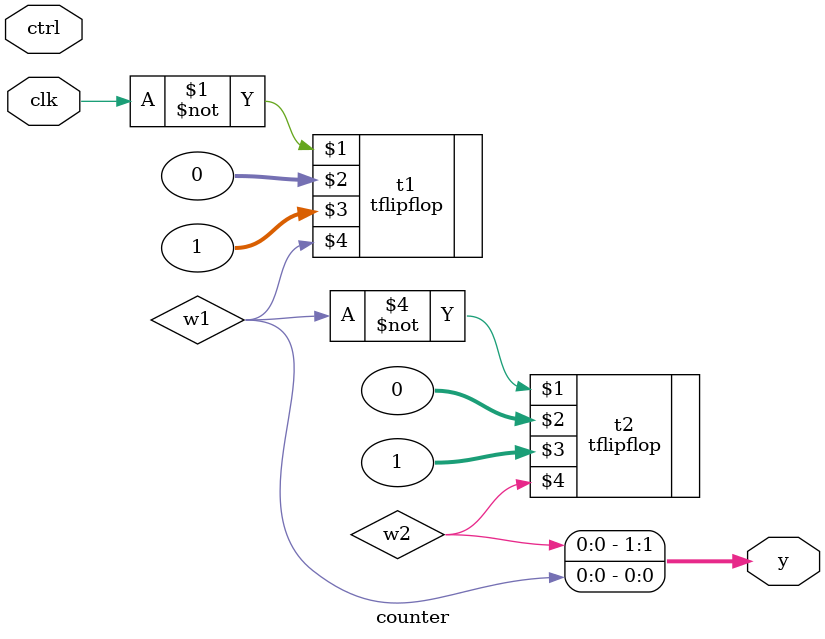
<source format=v>
module counter(clk,ctrl,y);
input clk,ctrl;
output [1:0]y;
wire w1,w2;
tflipflop t1(~clk,0,1,w1);
tflipflop t2(~w1,0,1,w2);
assign y[0]=w1;
assign y[1]=w2;
endmodule


</source>
